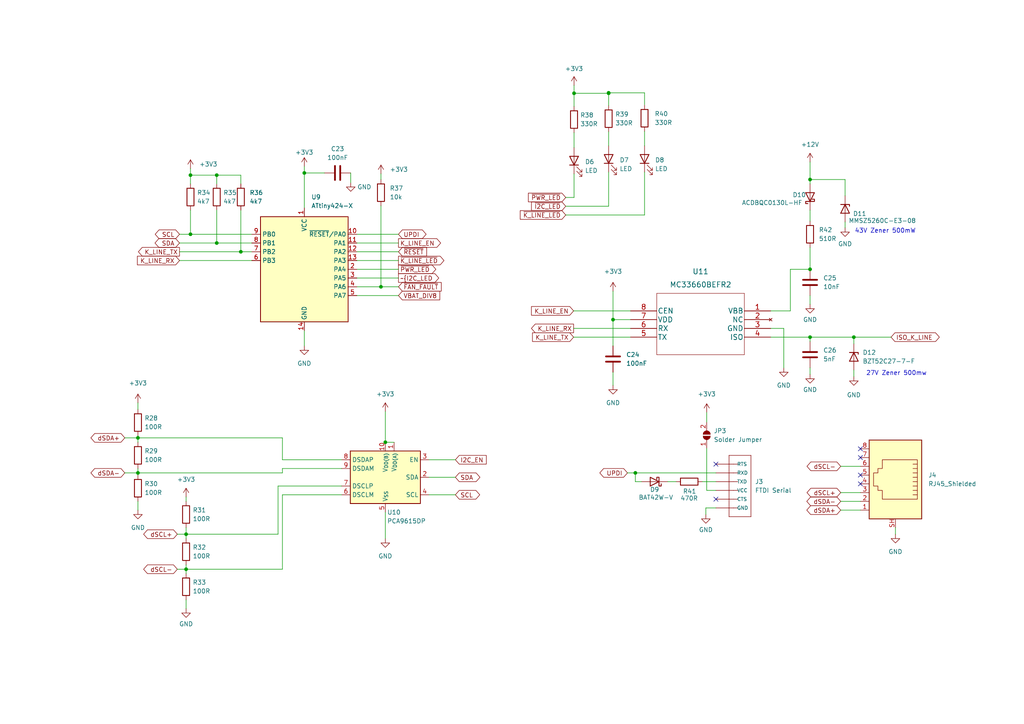
<source format=kicad_sch>
(kicad_sch (version 20211123) (generator eeschema)
  (paper "A4")
  (lib_symbols
    (symbol "+3V3_1" (power) (pin_names (offset 0))
      (property "Value" "+3V3_1" (at 0 3.556 0))
      (symbol "+3V3_1_0_1"
        (polyline (pts (xy -0.762 1.27) (xy 0 2.54)))
        (polyline (pts (xy 0 0) (xy 0 2.54)))
        (polyline (pts (xy 0 2.54) (xy 0.762 1.27)))
      )
      (symbol "+3V3_1_1_1"
        (pin power_in line (at 0 0 90) (length 0) hide (name "+3V3") (number "1"))
      )
    )
    (symbol "Beirdo:FTDI_BASICPTH" (pin_numbers hide) (pin_names (offset 1.016))
      (property "Reference" "J" (at -5.08 10.922 0))
      (property "Value" "FTDI_BASICPTH" (at -5.08 -10.16 0))
      (symbol "FTDI_BASICPTH_1_0"
        (polyline (pts (xy -5.08 10.16) (xy -5.08 -7.62)))
        (polyline (pts (xy -5.08 10.16) (xy 1.27 10.16)))
        (polyline (pts (xy -1.27 -5.08) (xy 0 -5.08)))
        (polyline (pts (xy -1.27 -2.54) (xy 0 -2.54)))
        (polyline (pts (xy -1.27 0) (xy 0 0)))
        (polyline (pts (xy -1.27 2.54) (xy 0 2.54)))
        (polyline (pts (xy -1.27 5.08) (xy 0 5.08)))
        (polyline (pts (xy -1.27 7.62) (xy 0 7.62)))
        (polyline (pts (xy 1.27 -7.62) (xy -5.08 -7.62)))
        (polyline (pts (xy 1.27 -7.62) (xy 1.27 10.16)))
      )
      (symbol "FTDI_BASICPTH_1_1"
        (pin passive line (at 5.08 -5.08 180) (length 5.08) (name "GND") (number "1"))
        (pin passive line (at 5.08 -2.54 180) (length 5.08) (name "CTS") (number "2"))
        (pin passive line (at 5.08 0 180) (length 5.08) (name "VCC") (number "3"))
        (pin passive line (at 5.08 2.54 180) (length 5.08) (name "TXD") (number "4"))
        (pin passive line (at 5.08 5.08 180) (length 5.08) (name "RXD") (number "5"))
        (pin passive line (at 5.08 7.62 180) (length 5.08) (name "RTS") (number "6"))
      )
    )
    (symbol "Connector:RJ45_Shielded" (pin_names (offset 1.016))
      (property "Reference" "J" (at -5.08 13.97 0))
      (property "Value" "RJ45_Shielded" (at 2.54 13.97 0))
      (symbol "RJ45_Shielded_0_1"
        (polyline (pts (xy -5.08 4.445) (xy -6.35 4.445)))
        (polyline (pts (xy -5.08 5.715) (xy -6.35 5.715)))
        (polyline (pts (xy -6.35 -3.175) (xy -5.08 -3.175) (xy -5.08 -3.175)))
        (polyline (pts (xy -6.35 -1.905) (xy -5.08 -1.905) (xy -5.08 -1.905)))
        (polyline (pts (xy -6.35 -0.635) (xy -5.08 -0.635) (xy -5.08 -0.635)))
        (polyline (pts (xy -6.35 0.635) (xy -5.08 0.635) (xy -5.08 0.635)))
        (polyline (pts (xy -6.35 1.905) (xy -5.08 1.905) (xy -5.08 1.905)))
        (polyline (pts (xy -5.08 3.175) (xy -6.35 3.175) (xy -6.35 3.175)))
        (polyline (pts (xy -6.35 -4.445) (xy -6.35 6.985) (xy 3.81 6.985) (xy 3.81 4.445) (xy 5.08 4.445) (xy 5.08 3.175) (xy 6.35 3.175) (xy 6.35 -0.635) (xy 5.08 -0.635) (xy 5.08 -1.905) (xy 3.81 -1.905) (xy 3.81 -4.445) (xy -6.35 -4.445) (xy -6.35 -4.445)))
        (rectangle (start 7.62 12.7) (end -7.62 -10.16) (stroke (width 0.254)) (fill (type background)))
      )
      (symbol "RJ45_Shielded_1_1"
        (pin passive line (at 10.16 -7.62 180) (length 2.54) (name "~") (number "1"))
        (pin passive line (at 10.16 -5.08 180) (length 2.54) (name "~") (number "2"))
        (pin passive line (at 10.16 -2.54 180) (length 2.54) (name "~") (number "3"))
        (pin passive line (at 10.16 0 180) (length 2.54) (name "~") (number "4"))
        (pin passive line (at 10.16 2.54 180) (length 2.54) (name "~") (number "5"))
        (pin passive line (at 10.16 5.08 180) (length 2.54) (name "~") (number "6"))
        (pin passive line (at 10.16 7.62 180) (length 2.54) (name "~") (number "7"))
        (pin passive line (at 10.16 10.16 180) (length 2.54) (name "~") (number "8"))
        (pin passive line (at 0 -12.7 90) (length 2.54) (name "~") (number "SH"))
      )
    )
    (symbol "Device:C" (pin_numbers hide) (pin_names (offset 0.254))
      (property "Reference" "C" (at 0.635 2.54 0))
      (property "Value" "C" (at 0.635 -2.54 0))
      (symbol "C_0_1"
        (polyline (pts (xy -2.032 -0.762) (xy 2.032 -0.762)) (stroke (width 0.508)))
        (polyline (pts (xy -2.032 0.762) (xy 2.032 0.762)) (stroke (width 0.508)))
      )
      (symbol "C_1_1"
        (pin passive line (at 0 3.81 270) (length 2.794) (name "~") (number "1"))
        (pin passive line (at 0 -3.81 90) (length 2.794) (name "~") (number "2"))
      )
    )
    (symbol "Device:D_Schottky" (pin_numbers hide) (pin_names (offset 1.016) hide)
      (property "Reference" "D" (at 0 2.54 0))
      (property "Value" "D_Schottky" (at 0 -2.54 0))
      (symbol "D_Schottky_0_1"
        (polyline (pts (xy 1.27 0) (xy -1.27 0)))
        (polyline (pts (xy 1.27 1.27) (xy 1.27 -1.27) (xy -1.27 0) (xy 1.27 1.27)) (stroke (width 0.254)))
        (polyline (pts (xy -1.905 0.635) (xy -1.905 1.27) (xy -1.27 1.27) (xy -1.27 -1.27) (xy -0.635 -1.27) (xy -0.635 -0.635)) (stroke (width 0.254)))
      )
      (symbol "D_Schottky_1_1"
        (pin passive line (at -3.81 0 0) (length 2.54) (name "K") (number "1"))
        (pin passive line (at 3.81 0 180) (length 2.54) (name "A") (number "2"))
      )
    )
    (symbol "Device:D_Zener" (pin_numbers hide) (pin_names (offset 1.016) hide)
      (property "Reference" "D" (at 0 2.54 0))
      (property "Value" "D_Zener" (at 0 -2.54 0))
      (symbol "D_Zener_0_1"
        (polyline (pts (xy 1.27 0) (xy -1.27 0)))
        (polyline (pts (xy -1.27 -1.27) (xy -1.27 1.27) (xy -0.762 1.27)) (stroke (width 0.254)))
        (polyline (pts (xy 1.27 -1.27) (xy 1.27 1.27) (xy -1.27 0) (xy 1.27 -1.27)) (stroke (width 0.254)))
      )
      (symbol "D_Zener_1_1"
        (pin passive line (at -3.81 0 0) (length 2.54) (name "K") (number "1"))
        (pin passive line (at 3.81 0 180) (length 2.54) (name "A") (number "2"))
      )
    )
    (symbol "Device:LED" (pin_numbers hide) (pin_names (offset 1.016) hide)
      (property "Reference" "D" (at 0 2.54 0))
      (property "Value" "LED" (at 0 -2.54 0))
      (symbol "LED_0_1"
        (polyline (pts (xy -1.27 -1.27) (xy -1.27 1.27)) (stroke (width 0.254)))
        (polyline (pts (xy -1.27 0) (xy 1.27 0)))
        (polyline (pts (xy 1.27 -1.27) (xy 1.27 1.27) (xy -1.27 0) (xy 1.27 -1.27)) (stroke (width 0.254)))
        (polyline (pts (xy -3.048 -0.762) (xy -4.572 -2.286) (xy -3.81 -2.286) (xy -4.572 -2.286) (xy -4.572 -1.524)))
        (polyline (pts (xy -1.778 -0.762) (xy -3.302 -2.286) (xy -2.54 -2.286) (xy -3.302 -2.286) (xy -3.302 -1.524)))
      )
      (symbol "LED_1_1"
        (pin passive line (at -3.81 0 0) (length 2.54) (name "K") (number "1"))
        (pin passive line (at 3.81 0 180) (length 2.54) (name "A") (number "2"))
      )
    )
    (symbol "Device:R" (pin_numbers hide) (pin_names (offset 0))
      (property "Reference" "R" (at 2.032 0 90))
      (property "Value" "R" (at 0 0 90))
      (symbol "R_0_1"
        (rectangle (start -1.016 -2.54) (end 1.016 2.54) (stroke (width 0.254)))
      )
      (symbol "R_1_1"
        (pin passive line (at 0 3.81 270) (length 1.27) (name "~") (number "1"))
        (pin passive line (at 0 -3.81 90) (length 1.27) (name "~") (number "2"))
      )
    )
    (symbol "Diode:BAT42W-V" (pin_numbers hide) (pin_names (offset 1.016) hide)
      (property "Reference" "D" (at 0 2.54 0))
      (property "Value" "BAT42W-V" (at 0 -2.54 0))
      (symbol "BAT42W-V_0_1"
        (polyline (pts (xy 1.27 0) (xy -1.27 0)))
        (polyline (pts (xy 1.27 1.27) (xy 1.27 -1.27) (xy -1.27 0) (xy 1.27 1.27)) (stroke (width 0.254)))
        (polyline (pts (xy -1.905 0.635) (xy -1.905 1.27) (xy -1.27 1.27) (xy -1.27 -1.27) (xy -0.635 -1.27) (xy -0.635 -0.635)) (stroke (width 0.254)))
      )
      (symbol "BAT42W-V_1_1"
        (pin passive line (at -3.81 0 0) (length 2.54) (name "K") (number "1"))
        (pin passive line (at 3.81 0 180) (length 2.54) (name "A") (number "2"))
      )
    )
    (symbol "GND_1" (power) (pin_names (offset 0))
      (property "Value" "GND_1" (at 0 -3.81 0))
      (symbol "GND_1_0_1"
        (polyline (pts (xy 0 0) (xy 0 -1.27) (xy 1.27 -1.27) (xy 0 -2.54) (xy -1.27 -1.27) (xy 0 -1.27)))
      )
      (symbol "GND_1_1_1"
        (pin power_in line (at 0 0 270) (length 0) hide (name "GND") (number "1"))
      )
    )
    (symbol "Interface:PCA9615DP"
      (property "Reference" "U" (at -10.16 8.89 0))
      (property "Value" "PCA9615DP" (at 1.27 8.89 0))
      (symbol "PCA9615DP_0_1"
        (rectangle (start -10.16 7.62) (end 10.16 -7.62) (stroke (width 0.254)) (fill (type background)))
      )
      (symbol "PCA9615DP_1_1"
        (pin power_in line (at -2.54 10.16 270) (length 2.54) (name "V_{DD(A)}") (number "1"))
        (pin power_in line (at 0 10.16 270) (length 2.54) (name "V_{DD(B)}") (number "10"))
        (pin bidirectional line (at -12.7 0 0) (length 2.54) (name "SDA") (number "2"))
        (pin input line (at -12.7 5.08 0) (length 2.54) (name "EN") (number "3"))
        (pin bidirectional line (at -12.7 -5.08 0) (length 2.54) (name "SCL") (number "4"))
        (pin power_in line (at 0 -10.16 90) (length 2.54) (name "V_{SS}") (number "5"))
        (pin bidirectional line (at 12.7 -5.08 180) (length 2.54) (name "DSCLM") (number "6"))
        (pin bidirectional line (at 12.7 -2.54 180) (length 2.54) (name "DSCLP") (number "7"))
        (pin bidirectional line (at 12.7 5.08 180) (length 2.54) (name "DSDAP") (number "8"))
        (pin bidirectional line (at 12.7 2.54 180) (length 2.54) (name "DSDAM") (number "9"))
      )
    )
    (symbol "Jumper:SolderJumper_2_Open" (pin_names (offset 0) hide)
      (property "Reference" "JP" (at 0 2.032 0))
      (property "Value" "SolderJumper_2_Open" (at 0 -2.54 0))
      (symbol "SolderJumper_2_Open_0_1"
        (arc (start -0.254 1.016) (mid -1.27 0) (end -0.254 -1.016))
        (arc (start -0.254 1.016) (mid -1.27 0) (end -0.254 -1.016) (fill (type outline)))
        (polyline (pts (xy -0.254 1.016) (xy -0.254 -1.016)))
        (polyline (pts (xy 0.254 1.016) (xy 0.254 -1.016)))
        (arc (start 0.254 -1.016) (mid 1.27 0) (end 0.254 1.016))
        (arc (start 0.254 -1.016) (mid 1.27 0) (end 0.254 1.016) (fill (type outline)))
      )
      (symbol "SolderJumper_2_Open_1_1"
        (pin passive line (at -3.81 0 0) (length 2.54) (name "A") (number "1"))
        (pin passive line (at 3.81 0 180) (length 2.54) (name "B") (number "2"))
      )
    )
    (symbol "MC33660BEFR2_1" (pin_names (offset 0.254))
      (property "Reference" "U" (at 20.32 10.16 0))
      (property "Value" "MC33660BEFR2_1" (at 20.32 7.62 0))
      (symbol "MC33660BEFR2_1_1_1"
        (polyline (pts (xy 7.62 -12.7) (xy 33.02 -12.7)) (stroke (width 0.127)))
        (polyline (pts (xy 7.62 5.08) (xy 7.62 -12.7)) (stroke (width 0.127)))
        (polyline (pts (xy 33.02 -12.7) (xy 33.02 5.08)) (stroke (width 0.127)))
        (polyline (pts (xy 33.02 5.08) (xy 7.62 5.08)) (stroke (width 0.127)))
        (pin power_in line (at 0 0 0) (length 7.62) (name "VBB") (number "1"))
        (pin no_connect line (at 0 -2.54 0) (length 7.62) (name "NC") (number "2"))
        (pin power_in line (at 0 -5.08 0) (length 7.62) (name "GND") (number "3"))
        (pin bidirectional line (at 0 -7.62 0) (length 7.62) (name "ISO") (number "4"))
        (pin input line (at 40.64 -7.62 180) (length 7.62) (name "TX") (number "5"))
        (pin output line (at 40.64 -5.08 180) (length 7.62) (name "RX") (number "6"))
        (pin power_in line (at 40.64 -2.54 180) (length 7.62) (name "VDD") (number "7"))
        (pin input line (at 40.64 0 180) (length 7.62) (name "CEN") (number "8"))
      )
    )
    (symbol "MCU_Microchip_ATtiny:ATtiny424-X"
      (property "Reference" "U" (at -12.7 16.51 0))
      (property "Value" "ATtiny424-X" (at 2.54 -16.51 0))
      (symbol "ATtiny424-X_0_1"
        (rectangle (start -12.7 -15.24) (end 12.7 15.24) (stroke (width 0.254)) (fill (type background)))
      )
      (symbol "ATtiny424-X_1_1"
        (pin power_in line (at 0 17.78 270) (length 2.54) (name "VCC") (number "1"))
        (pin bidirectional line (at 15.24 10.16 180) (length 2.54) (name "~{RESET}/PA0") (number "10"))
        (pin bidirectional line (at 15.24 7.62 180) (length 2.54) (name "PA1") (number "11"))
        (pin bidirectional line (at 15.24 5.08 180) (length 2.54) (name "PA2") (number "12"))
        (pin bidirectional line (at 15.24 2.54 180) (length 2.54) (name "PA3") (number "13"))
        (pin power_in line (at 0 -17.78 90) (length 2.54) (name "GND") (number "14"))
        (pin bidirectional line (at 15.24 0 180) (length 2.54) (name "PA4") (number "2"))
        (pin bidirectional line (at 15.24 -2.54 180) (length 2.54) (name "PA5") (number "3"))
        (pin bidirectional line (at 15.24 -5.08 180) (length 2.54) (name "PA6") (number "4"))
        (pin bidirectional line (at 15.24 -7.62 180) (length 2.54) (name "PA7") (number "5"))
        (pin bidirectional line (at -15.24 2.54 0) (length 2.54) (name "PB3") (number "6"))
        (pin bidirectional line (at -15.24 5.08 0) (length 2.54) (name "PB2") (number "7"))
        (pin bidirectional line (at -15.24 7.62 0) (length 2.54) (name "PB1") (number "8"))
        (pin bidirectional line (at -15.24 10.16 0) (length 2.54) (name "PB0") (number "9"))
      )
    )
    (symbol "power:+12V" (power) (pin_names (offset 0))
      (property "Value" "+12V" (at 0 3.556 0))
      (symbol "+12V_0_1"
        (polyline (pts (xy -0.762 1.27) (xy 0 2.54)))
        (polyline (pts (xy 0 0) (xy 0 2.54)))
        (polyline (pts (xy 0 2.54) (xy 0.762 1.27)))
      )
      (symbol "+12V_1_1"
        (pin power_in line (at 0 0 90) (length 0) hide (name "+12V") (number "1"))
      )
    )
    (symbol "power:+3V3" (power) (pin_names (offset 0))
      (property "Value" "+3V3" (at 0 3.556 0))
      (symbol "+3V3_0_1"
        (polyline (pts (xy -0.762 1.27) (xy 0 2.54)))
        (polyline (pts (xy 0 0) (xy 0 2.54)))
        (polyline (pts (xy 0 2.54) (xy 0.762 1.27)))
      )
      (symbol "+3V3_1_1"
        (pin power_in line (at 0 0 90) (length 0) hide (name "+3V3") (number "1"))
      )
    )
    (symbol "power:GND" (power) (pin_names (offset 0))
      (property "Value" "GND" (at 0 -3.81 0))
      (symbol "GND_0_1"
        (polyline (pts (xy 0 0) (xy 0 -1.27) (xy 1.27 -1.27) (xy 0 -2.54) (xy -1.27 -1.27) (xy 0 -1.27)))
      )
      (symbol "GND_1_1"
        (pin power_in line (at 0 0 270) (length 0) hide (name "GND") (number "1"))
      )
    )
  )
  (junction (at 69.85 73.025))
  (junction (at 184.277 137.16))
  (junction (at 53.975 165.1))
  (junction (at 55.245 50.8))
  (junction (at 177.8 92.71))
  (junction (at 40.005 127))
  (junction (at 176.53 26.924))
  (junction (at 247.65 97.79))
  (junction (at 176.53 27.051))
  (junction (at 110.49 83.185))
  (junction (at 234.95 78.105))
  (junction (at 53.975 154.94))
  (junction (at 62.865 50.8))
  (junction (at 234.95 97.79))
  (junction (at 40.005 137.16))
  (junction (at 166.497 27.051))
  (junction (at 111.76 128.27))
  (junction (at 88.265 50.165))
  (junction (at 234.95 52.07))
  (junction (at 62.865 70.485))
  (junction (at 55.245 67.945))
  (no_connect (at 207.645 144.78))
  (no_connect (at 207.645 134.62))
  (no_connect (at 249.555 137.795))
  (no_connect (at 249.555 140.335))
  (no_connect (at 249.555 130.175))
  (no_connect (at 249.555 132.715))
  (wire (pts (xy 69.85 73.025) (xy 73.025 73.025)))
  (wire (pts (xy 55.245 60.96) (xy 55.245 67.945)))
  (wire (pts (xy 243.84 147.955) (xy 249.555 147.955)))
  (wire (pts (xy 247.65 97.79) (xy 258.445 97.79)))
  (wire (pts (xy 176.53 38.227) (xy 176.53 42.291)))
  (wire (pts (xy 103.505 80.645) (xy 115.57 80.645)))
  (wire (pts (xy 223.52 97.79) (xy 234.95 97.79)))
  (wire (pts (xy 204.978 130.048) (xy 204.978 142.24)))
  (wire (pts (xy 186.944 26.924) (xy 176.53 26.924)))
  (wire (pts (xy 166.37 95.25) (xy 182.88 95.25)))
  (wire (pts (xy 184.277 139.7) (xy 184.277 137.16)))
  (wire (pts (xy 166.497 27.051) (xy 166.497 30.861)))
  (wire (pts (xy 186.944 49.911) (xy 186.944 62.357)))
  (wire (pts (xy 88.265 50.165) (xy 88.265 60.325)))
  (wire (pts (xy 207.645 142.24) (xy 204.978 142.24)))
  (wire (pts (xy 110.49 50.419) (xy 110.49 52.07)))
  (wire (pts (xy 81.915 137.16) (xy 81.915 135.89)))
  (wire (pts (xy 111.76 128.27) (xy 114.3 128.27)))
  (wire (pts (xy 52.07 73.025) (xy 69.85 73.025)))
  (wire (pts (xy 103.505 83.185) (xy 110.49 83.185)))
  (wire (pts (xy 247.65 97.79) (xy 247.65 99.695)))
  (wire (pts (xy 80.645 154.94) (xy 80.645 140.97)))
  (wire (pts (xy 81.915 135.89) (xy 99.06 135.89)))
  (wire (pts (xy 40.005 135.89) (xy 40.005 137.16)))
  (wire (pts (xy 166.497 57.277) (xy 164.084 57.277)))
  (wire (pts (xy 234.95 97.79) (xy 247.65 97.79)))
  (wire (pts (xy 245.11 64.389) (xy 245.11 66.04)))
  (wire (pts (xy 88.265 95.885) (xy 88.265 100.33)))
  (wire (pts (xy 184.277 137.16) (xy 207.645 137.16)))
  (wire (pts (xy 229.235 78.105) (xy 234.95 78.105)))
  (wire (pts (xy 234.95 97.79) (xy 234.95 99.06)))
  (wire (pts (xy 53.975 163.83) (xy 53.975 165.1)))
  (wire (pts (xy 55.245 48.895) (xy 55.245 50.8)))
  (wire (pts (xy 177.8 107.95) (xy 177.8 111.76)))
  (wire (pts (xy 176.53 27.051) (xy 166.497 27.051)))
  (wire (pts (xy 53.975 144.145) (xy 53.975 145.415)))
  (wire (pts (xy 62.865 50.8) (xy 69.85 50.8)))
  (wire (pts (xy 203.708 139.7) (xy 207.645 139.7)))
  (wire (pts (xy 53.975 153.035) (xy 53.975 154.94)))
  (wire (pts (xy 101.727 50.165) (xy 101.727 52.959)))
  (wire (pts (xy 62.865 60.96) (xy 62.865 70.485)))
  (wire (pts (xy 51.435 165.1) (xy 53.975 165.1)))
  (wire (pts (xy 193.675 139.7) (xy 196.088 139.7)))
  (wire (pts (xy 81.915 143.51) (xy 99.06 143.51)))
  (wire (pts (xy 243.84 135.255) (xy 249.555 135.255)))
  (wire (pts (xy 69.85 53.34) (xy 69.85 50.8)))
  (wire (pts (xy 204.978 119.634) (xy 204.978 122.428)))
  (wire (pts (xy 186.944 38.1) (xy 186.944 42.291)))
  (wire (pts (xy 53.975 165.1) (xy 53.975 166.37)))
  (wire (pts (xy 88.265 48.26) (xy 88.265 50.165)))
  (wire (pts (xy 103.505 85.725) (xy 115.57 85.725)))
  (wire (pts (xy 234.95 52.07) (xy 234.95 53.34)))
  (wire (pts (xy 52.07 75.565) (xy 73.025 75.565)))
  (wire (pts (xy 229.235 90.17) (xy 229.235 78.105)))
  (wire (pts (xy 110.49 59.69) (xy 110.49 83.185)))
  (wire (pts (xy 234.95 60.96) (xy 234.95 64.135)))
  (wire (pts (xy 62.865 50.8) (xy 55.245 50.8)))
  (wire (pts (xy 80.645 140.97) (xy 99.06 140.97)))
  (wire (pts (xy 55.245 50.8) (xy 55.245 53.34)))
  (wire (pts (xy 103.505 73.025) (xy 115.57 73.025)))
  (wire (pts (xy 55.245 67.945) (xy 73.025 67.945)))
  (wire (pts (xy 40.005 137.16) (xy 81.915 137.16)))
  (wire (pts (xy 124.46 143.51) (xy 132.08 143.51)))
  (wire (pts (xy 234.95 106.68) (xy 234.95 108.585)))
  (wire (pts (xy 53.975 154.94) (xy 80.645 154.94)))
  (wire (pts (xy 176.53 30.607) (xy 176.53 27.051)))
  (wire (pts (xy 88.265 50.165) (xy 94.107 50.165)))
  (wire (pts (xy 207.645 147.32) (xy 204.724 147.32)))
  (wire (pts (xy 234.95 71.755) (xy 234.95 78.105)))
  (wire (pts (xy 186.944 62.357) (xy 164.084 62.357)))
  (wire (pts (xy 62.865 53.34) (xy 62.865 50.8)))
  (wire (pts (xy 234.95 46.99) (xy 234.95 52.07)))
  (wire (pts (xy 40.005 137.16) (xy 40.005 137.795)))
  (wire (pts (xy 245.11 56.769) (xy 245.11 52.07)))
  (wire (pts (xy 124.46 133.35) (xy 132.08 133.35)))
  (wire (pts (xy 52.07 70.485) (xy 62.865 70.485)))
  (wire (pts (xy 81.915 165.1) (xy 81.915 143.51)))
  (wire (pts (xy 223.52 90.17) (xy 229.235 90.17)))
  (wire (pts (xy 243.84 142.875) (xy 249.555 142.875)))
  (wire (pts (xy 111.76 119.38) (xy 111.76 128.27)))
  (wire (pts (xy 166.497 50.419) (xy 166.497 57.277)))
  (wire (pts (xy 53.975 154.94) (xy 53.975 156.21)))
  (wire (pts (xy 40.005 127) (xy 40.005 128.27)))
  (wire (pts (xy 36.195 127) (xy 40.005 127)))
  (wire (pts (xy 53.975 173.99) (xy 53.975 176.53)))
  (wire (pts (xy 103.505 78.105) (xy 115.57 78.105)))
  (wire (pts (xy 52.07 67.945) (xy 55.245 67.945)))
  (wire (pts (xy 186.944 30.353) (xy 186.944 26.924)))
  (wire (pts (xy 81.915 127) (xy 81.915 133.35)))
  (wire (pts (xy 176.53 49.911) (xy 176.53 59.817)))
  (wire (pts (xy 62.865 70.485) (xy 73.025 70.485)))
  (wire (pts (xy 53.975 165.1) (xy 81.915 165.1)))
  (wire (pts (xy 69.85 60.96) (xy 69.85 73.025)))
  (wire (pts (xy 51.435 154.94) (xy 53.975 154.94)))
  (wire (pts (xy 166.37 90.17) (xy 182.88 90.17)))
  (wire (pts (xy 115.57 67.945) (xy 103.505 67.945)))
  (wire (pts (xy 40.005 116.84) (xy 40.005 118.745)))
  (wire (pts (xy 177.8 84.455) (xy 177.8 92.71)))
  (wire (pts (xy 40.005 126.365) (xy 40.005 127)))
  (wire (pts (xy 259.715 153.035) (xy 259.715 154.94)))
  (wire (pts (xy 40.005 127) (xy 81.915 127)))
  (wire (pts (xy 177.8 92.71) (xy 177.8 100.33)))
  (wire (pts (xy 166.497 24.765) (xy 166.497 27.051)))
  (wire (pts (xy 110.49 83.185) (xy 115.57 83.185)))
  (wire (pts (xy 234.95 52.07) (xy 245.11 52.07)))
  (wire (pts (xy 227.33 95.25) (xy 223.52 95.25)))
  (wire (pts (xy 247.65 107.315) (xy 247.65 109.22)))
  (wire (pts (xy 186.055 139.7) (xy 184.277 139.7)))
  (wire (pts (xy 81.915 133.35) (xy 99.06 133.35)))
  (wire (pts (xy 166.497 38.481) (xy 166.497 42.799)))
  (wire (pts (xy 234.95 85.725) (xy 234.95 88.265)))
  (wire (pts (xy 181.991 137.16) (xy 184.277 137.16)))
  (wire (pts (xy 227.33 106.68) (xy 227.33 95.25)))
  (wire (pts (xy 40.005 145.415) (xy 40.005 147.955)))
  (wire (pts (xy 124.46 138.43) (xy 132.08 138.43)))
  (wire (pts (xy 176.53 59.817) (xy 164.084 59.817)))
  (wire (pts (xy 177.8 92.71) (xy 182.88 92.71)))
  (wire (pts (xy 111.76 148.59) (xy 111.76 156.21)))
  (wire (pts (xy 36.195 137.16) (xy 40.005 137.16)))
  (wire (pts (xy 103.505 70.485) (xy 115.57 70.485)))
  (wire (pts (xy 103.505 75.565) (xy 115.57 75.565)))
  (wire (pts (xy 204.724 147.32) (xy 204.724 149.225)))
  (wire (pts (xy 243.84 145.415) (xy 249.555 145.415)))
  (wire (pts (xy 166.37 97.79) (xy 182.88 97.79)))
  (text "27V Zener 500mw" (at 251.206 109.093 0) (effects (font (size 1.27 1.27)) (justify left bottom)))
  (text "43V Zener 500mW" (at 247.904 67.818 0) (effects (font (size 1.27 1.27)) (justify left bottom)))
  (global_label "dSDA+" (shape bidirectional) (at 243.84 147.955 180) (property "Intersheet References" "${INTERSHEET_REFS}" (effects hide)))
  (global_label "dSCL-" (shape bidirectional) (at 243.84 135.255 180) (property "Intersheet References" "${INTERSHEET_REFS}" (effects hide)))
  (global_label "K_LINE_TX" (shape input) (at 166.37 97.79 180) (property "Intersheet References" "${INTERSHEET_REFS}" (effects hide)))
  (global_label "~{K_LINE_LED}" (shape output) (at 115.57 75.565 0) (property "Intersheet References" "${INTERSHEET_REFS}" (effects hide)))
  (global_label "K_LINE_RX" (shape input) (at 52.07 75.565 180) (property "Intersheet References" "${INTERSHEET_REFS}" (effects hide)))
  (global_label "SCL" (shape bidirectional) (at 52.07 67.945 180) (property "Intersheet References" "${INTERSHEET_REFS}" (effects hide)))
  (global_label "dSDA+" (shape bidirectional) (at 36.195 127 180) (property "Intersheet References" "${INTERSHEET_REFS}" (effects hide)))
  (global_label "~{I2C_LED}" (shape input) (at 164.084 59.817 180) (property "Intersheet References" "${INTERSHEET_REFS}" (effects hide)))
  (global_label "K_LINE_EN" (shape output) (at 115.57 70.485 0) (property "Intersheet References" "${INTERSHEET_REFS}" (effects hide)))
  (global_label "dSCL+" (shape bidirectional) (at 243.84 142.875 180) (property "Intersheet References" "${INTERSHEET_REFS}" (effects hide)))
  (global_label "I2C_EN" (shape input) (at 132.08 133.35 0) (property "Intersheet References" "${INTERSHEET_REFS}" (effects hide)))
  (global_label "~{FAN_FAULT}" (shape input) (at 115.57 83.185 0) (property "Intersheet References" "${INTERSHEET_REFS}" (effects hide)))
  (global_label "dSDA-" (shape bidirectional) (at 243.84 145.415 180) (property "Intersheet References" "${INTERSHEET_REFS}" (effects hide)))
  (global_label "~{RESET}" (shape input) (at 115.57 73.025 0) (property "Intersheet References" "${INTERSHEET_REFS}" (effects hide)))
  (global_label "UPDI" (shape bidirectional) (at 115.57 67.945 0) (property "Intersheet References" "${INTERSHEET_REFS}" (effects hide)))
  (global_label "K_LINE_EN" (shape input) (at 166.37 90.17 180) (property "Intersheet References" "${INTERSHEET_REFS}" (effects hide)))
  (global_label "VBAT_DIV8" (shape input) (at 115.57 85.725 0) (property "Intersheet References" "${INTERSHEET_REFS}" (effects hide)))
  (global_label "dSDA-" (shape bidirectional) (at 36.195 137.16 180) (property "Intersheet References" "${INTERSHEET_REFS}" (effects hide)))
  (global_label "~{I2C_LED" (shape output) (at 115.57 80.645 0) (property "Intersheet References" "${INTERSHEET_REFS}" (effects hide)))
  (global_label "dSCL-" (shape bidirectional) (at 51.435 165.1 180) (property "Intersheet References" "${INTERSHEET_REFS}" (effects hide)))
  (global_label "~{K_LINE_LED}" (shape input) (at 164.084 62.357 180) (property "Intersheet References" "${INTERSHEET_REFS}" (effects hide)))
  (global_label "ISO_K_LINE" (shape bidirectional) (at 258.445 97.79 0) (property "Intersheet References" "${INTERSHEET_REFS}" (effects hide)))
  (global_label "SCL" (shape bidirectional) (at 132.08 143.51 0) (property "Intersheet References" "${INTERSHEET_REFS}" (effects hide)))
  (global_label "~{PWR_LED}" (shape input) (at 164.084 57.277 180) (property "Intersheet References" "${INTERSHEET_REFS}" (effects hide)))
  (global_label "SDA" (shape bidirectional) (at 52.07 70.485 180) (property "Intersheet References" "${INTERSHEET_REFS}" (effects hide)))
  (global_label "dSCL+" (shape bidirectional) (at 51.435 154.94 180) (property "Intersheet References" "${INTERSHEET_REFS}" (effects hide)))
  (global_label "K_LINE_RX" (shape output) (at 166.37 95.25 180) (property "Intersheet References" "${INTERSHEET_REFS}" (effects hide)))
  (global_label "~{PWR_LED}" (shape output) (at 115.57 78.105 0) (property "Intersheet References" "${INTERSHEET_REFS}" (effects hide)))
  (global_label "SDA" (shape bidirectional) (at 132.08 138.43 0) (property "Intersheet References" "${INTERSHEET_REFS}" (effects hide)))
  (global_label "UPDI" (shape bidirectional) (at 181.991 137.16 180) (property "Intersheet References" "${INTERSHEET_REFS}" (effects hide)))
  (global_label "K_LINE_TX" (shape output) (at 52.07 73.025 180) (property "Intersheet References" "${INTERSHEET_REFS}" (effects hide)))
  (symbol (lib_id "Device:R") (at 40.005 132.08 0) (unit 1)
    (property "Reference" "R29" (at 41.91 130.8099 0) (effects (justify left)))
    (property "Value" "100R" (at 41.91 133.3499 0) (effects (justify left)))
    (property "Footprint" "Resistor_SMD:R_0805_2012Metric_Pad1.20x1.40mm_HandSolder" (effects hide))
  )
  (symbol (lib_id "power:+3V3") (at 53.975 144.145 0) (unit 1)
    (property "Reference" "#PWR067" (effects hide))
    (property "Value" "+3V3" (at 53.975 139.065 0))
  )
  (symbol (lib_id "power:GND") (at 40.005 147.955 0) (unit 1)
    (property "Reference" "#PWR066" (effects hide))
    (property "Value" "GND" (at 40.005 153.035 0))
  )
  (symbol (lib_id "Device:R") (at 199.898 139.7 90) (unit 1)
    (property "Reference" "R41" (at 200.025 142.494 90))
    (property "Value" "470R" (at 199.898 144.526 90))
    (property "Footprint" "Resistor_SMD:R_0805_2012Metric_Pad1.20x1.40mm_HandSolder" (effects hide))
  )
  (symbol (lib_id "Device:R") (at 234.95 67.945 0) (unit 1)
    (property "Reference" "R42" (at 237.49 66.6749 0) (effects (justify left)))
    (property "Value" "510R" (at 237.49 69.2149 0) (effects (justify left)))
    (property "Footprint" "Resistor_SMD:R_0805_2012Metric_Pad1.20x1.40mm_HandSolder" (effects hide))
  )
  (symbol (lib_id "power:+3V3") (at 55.245 48.895 0) (unit 1)
    (property "Reference" "#PWR069" (effects hide))
    (property "Value" "+3V3" (at 57.785 47.6249 0) (effects (justify left)))
  )
  (symbol (lib_id "Device:C") (at 234.95 102.87 0) (unit 1)
    (property "Reference" "C26" (at 238.76 101.5999 0) (effects (justify left)))
    (property "Value" "5nF" (at 238.76 104.1399 0) (effects (justify left)))
    (property "Footprint" "Capacitor_SMD:C_0805_2012Metric_Pad1.18x1.45mm_HandSolder" (effects hide))
  )
  (symbol (lib_id "Device:R") (at 186.944 34.29 0) (unit 1)
    (property "Reference" "R40" (at 189.865 33.0199 0) (effects (justify left)))
    (property "Value" "330R" (at 189.865 35.5599 0) (effects (justify left)))
    (property "Footprint" "Resistor_SMD:R_0805_2012Metric_Pad1.20x1.40mm_HandSolder" (effects hide))
  )
  (symbol (lib_id "power:GND") (at 259.715 154.94 0) (unit 1)
    (property "Reference" "#PWR087" (effects hide))
    (property "Value" "GND" (at 259.715 160.02 0))
  )
  (symbol (lib_id "Device:R") (at 55.245 57.15 0) (unit 1)
    (property "Reference" "R34" (at 57.15 55.8799 0) (effects (justify left)))
    (property "Value" "4k7" (at 57.15 58.4199 0) (effects (justify left)))
    (property "Footprint" "Resistor_SMD:R_0805_2012Metric_Pad1.20x1.40mm_HandSolder" (effects hide))
  )
  (symbol (lib_id "Device:R") (at 40.005 141.605 0) (unit 1)
    (property "Reference" "R30" (at 41.91 140.3349 0) (effects (justify left)))
    (property "Value" "100R" (at 41.91 142.8749 0) (effects (justify left)))
    (property "Footprint" "Resistor_SMD:R_0805_2012Metric_Pad1.20x1.40mm_HandSolder" (effects hide))
  )
  (symbol (lib_id "Device:LED") (at 166.497 46.609 90) (unit 1)
    (property "Reference" "D6" (at 169.672 46.9264 90) (effects (justify right)))
    (property "Value" "LED" (at 169.672 49.4664 90) (effects (justify right)))
    (property "Footprint" "LED_SMD:LED_0805_2012Metric_Pad1.15x1.40mm_HandSolder" (effects hide))
  )
  (symbol (lib_id "Device:LED") (at 176.53 46.101 90) (unit 1)
    (property "Reference" "D7" (at 179.705 46.4184 90) (effects (justify right)))
    (property "Value" "LED" (at 179.705 48.9584 90) (effects (justify right)))
    (property "Footprint" "LED_SMD:LED_0805_2012Metric_Pad1.15x1.40mm_HandSolder" (effects hide))
  )
  (symbol (lib_id "power:GND") (at 88.265 100.33 0) (unit 1)
    (property "Reference" "#PWR071" (effects hide))
    (property "Value" "GND" (at 88.265 105.41 0))
  )
  (symbol (lib_id "Device:R") (at 110.49 55.88 0) (unit 1)
    (property "Reference" "R37" (at 113.03 54.6099 0) (effects (justify left)))
    (property "Value" "10k" (at 113.03 57.1499 0) (effects (justify left)))
    (property "Footprint" "Resistor_SMD:R_0805_2012Metric_Pad1.20x1.40mm_HandSolder" (effects hide))
  )
  (symbol (lib_id "Device:R") (at 166.497 34.671 0) (unit 1)
    (property "Reference" "R38" (at 168.275 33.4009 0) (effects (justify left)))
    (property "Value" "330R" (at 168.275 35.9409 0) (effects (justify left)))
    (property "Footprint" "Resistor_SMD:R_0805_2012Metric_Pad1.20x1.40mm_HandSolder" (effects hide))
  )
  (symbol (lib_id "Device:D_Zener") (at 247.65 103.505 270) (unit 1)
    (property "Reference" "D12" (at 250.19 102.2349 90) (effects (justify left)))
    (property "Value" "BZT52C27-7-F" (at 250.19 104.7749 90) (effects (justify left)))
    (property "Footprint" "Diode_SMD:D_SOD-123" (effects hide))
  )
  (symbol (lib_id "power:GND") (at 234.95 108.585 0) (unit 1)
    (property "Reference" "#PWR084" (effects hide))
    (property "Value" "GND" (at 234.95 113.03 0))
  )
  (symbol (lib_id "Diode:BAT42W-V") (at 189.865 139.7 180) (unit 1)
    (property "Reference" "D9" (at 189.865 141.986 0))
    (property "Value" "BAT42W-V" (at 190.246 144.272 0))
    (property "Footprint" "Diode_SMD:D_SOD-123" (effects hide))
    (property "Datasheet" "http://www.vishay.com/docs/85660/bat42.pdf" (effects hide))
  )
  (symbol (lib_id "power:GND") (at 111.76 156.21 0) (unit 1)
    (property "Reference" "#PWR075" (effects hide))
    (property "Value" "GND" (at 111.76 161.29 0))
  )
  (symbol (lib_id "Device:R") (at 62.865 57.15 0) (unit 1)
    (property "Reference" "R35" (at 64.77 55.8799 0) (effects (justify left)))
    (property "Value" "4k7" (at 64.77 58.4199 0) (effects (justify left)))
    (property "Footprint" "Resistor_SMD:R_0805_2012Metric_Pad1.20x1.40mm_HandSolder" (effects hide))
  )
  (symbol (lib_id "Device:R") (at 176.53 34.417 0) (unit 1)
    (property "Reference" "R39" (at 178.435 33.1469 0) (effects (justify left)))
    (property "Value" "330R" (at 178.435 35.6869 0) (effects (justify left)))
    (property "Footprint" "Resistor_SMD:R_0805_2012Metric_Pad1.20x1.40mm_HandSolder" (effects hide))
  )
  (symbol (lib_name "MC33660BEFR2_1") (lib_id "UltraLibrarian:MC33660BEFR2") (at 223.52 90.17 0) (mirror y) (unit 1)
    (property "Reference" "U11" (at 203.2 78.74 0) (effects (font (size 1.524 1.524))))
    (property "Value" "MC33660BEFR2" (at 203.2 82.55 0) (effects (font (size 1.524 1.524))))
    (property "Footprint" "UltraLibrarian:MC33660BEFR2" (effects hide))
  )
  (symbol (lib_id "power:+3V3") (at 177.8 84.455 0) (unit 1)
    (property "Reference" "#PWR077" (effects hide))
    (property "Value" "+3V3" (at 177.8 78.74 0))
  )
  (symbol (lib_id "Interface:PCA9615DP") (at 111.76 138.43 0) (mirror y) (unit 1)
    (property "Reference" "U10" (at 112.2806 148.59 0) (effects (justify right)))
    (property "Value" "PCA9615DP" (at 112.2806 151.13 0) (effects (justify right)))
    (property "Footprint" "Package_SO:TSSOP-10_3x3mm_P0.5mm" (effects hide))
    (property "Datasheet" "https://www.nxp.com/docs/en/data-sheet/PCA9615.pdf" (effects hide))
  )
  (symbol (lib_id "power:+3V3") (at 88.265 48.26 0) (unit 1)
    (property "Reference" "#PWR070" (effects hide))
    (property "Value" "+3V3" (at 85.598 44.196 0) (effects (justify left)))
  )
  (symbol (lib_id "power:GND") (at 101.727 52.959 0) (unit 1)
    (property "Reference" "#PWR072" (effects hide))
    (property "Value" "GND" (at 103.632 54.2289 0) (effects (justify left)))
  )
  (symbol (lib_id "power:GND") (at 53.975 176.53 0) (unit 1)
    (property "Reference" "#PWR068" (effects hide))
    (property "Value" "GND" (at 53.975 180.975 0))
  )
  (symbol (lib_id "power:+3V3") (at 111.76 119.38 0) (unit 1)
    (property "Reference" "#PWR074" (effects hide))
    (property "Value" "+3V3" (at 111.76 114.3 0))
  )
  (symbol (lib_name "+3V3_1") (lib_id "power:+3V3") (at 204.978 119.634 0) (unit 1)
    (property "Reference" "#PWR080" (effects hide))
    (property "Value" "+3V3" (at 204.978 114.3 0))
  )
  (symbol (lib_id "Beirdo:FTDI_BASICPTH") (at 212.725 142.24 0) (mirror y) (unit 1)
    (property "Reference" "J3" (at 218.9734 139.6999 0) (effects (justify right)))
    (property "Value" "FTDI Serial" (at 218.9734 142.2399 0) (effects (justify right)))
    (property "Footprint" "FTDI_BASIC" (effects hide))
  )
  (symbol (lib_id "Device:R") (at 40.005 122.555 0) (unit 1)
    (property "Reference" "R28" (at 41.91 121.2849 0) (effects (justify left)))
    (property "Value" "100R" (at 41.91 123.8249 0) (effects (justify left)))
    (property "Footprint" "Resistor_SMD:R_0805_2012Metric_Pad1.20x1.40mm_HandSolder" (effects hide))
  )
  (symbol (lib_id "power:GND") (at 227.33 106.68 0) (unit 1)
    (property "Reference" "#PWR081" (effects hide))
    (property "Value" "GND" (at 227.33 111.76 0))
  )
  (symbol (lib_id "Device:LED") (at 186.944 46.101 90) (unit 1)
    (property "Reference" "D8" (at 189.992 46.4184 90) (effects (justify right)))
    (property "Value" "LED" (at 189.992 48.9584 90) (effects (justify right)))
    (property "Footprint" "LED_SMD:LED_0805_2012Metric_Pad1.15x1.40mm_HandSolder" (effects hide))
  )
  (symbol (lib_id "Device:C") (at 234.95 81.915 0) (unit 1)
    (property "Reference" "C25" (at 238.76 80.6449 0) (effects (justify left)))
    (property "Value" "10nF" (at 238.76 83.1849 0) (effects (justify left)))
    (property "Footprint" "Capacitor_SMD:C_0805_2012Metric_Pad1.18x1.45mm_HandSolder" (effects hide))
  )
  (symbol (lib_id "power:GND") (at 245.11 66.04 0) (unit 1)
    (property "Reference" "#PWR085" (effects hide))
    (property "Value" "GND" (at 245.11 70.739 0))
  )
  (symbol (lib_id "power:GND") (at 234.95 88.265 0) (unit 1)
    (property "Reference" "#PWR083" (effects hide))
    (property "Value" "GND" (at 234.95 92.71 0))
  )
  (symbol (lib_id "Device:R") (at 53.975 160.02 0) (unit 1)
    (property "Reference" "R32" (at 55.88 158.7499 0) (effects (justify left)))
    (property "Value" "100R" (at 55.88 161.2899 0) (effects (justify left)))
    (property "Footprint" "Resistor_SMD:R_0805_2012Metric_Pad1.20x1.40mm_HandSolder" (effects hide))
  )
  (symbol (lib_name "GND_1") (lib_id "power:GND") (at 204.724 149.225 0) (unit 1)
    (property "Reference" "#PWR079" (effects hide))
    (property "Value" "GND" (at 204.724 153.67 0))
  )
  (symbol (lib_id "Device:D_Schottky") (at 234.95 57.15 90) (unit 1)
    (property "Reference" "D10" (at 229.87 56.515 90) (effects (justify right)))
    (property "Value" "ACDBQC0130L-HF" (at 215.138 58.801 90) (effects (justify right)))
    (property "Footprint" "Diode_SMD:D_SOD-923" (effects hide))
  )
  (symbol (lib_id "Device:C") (at 97.917 50.165 270) (unit 1)
    (property "Reference" "C23" (at 97.917 43.18 90))
    (property "Value" "100nF" (at 97.917 45.72 90))
    (property "Footprint" "Capacitor_SMD:C_0805_2012Metric_Pad1.18x1.45mm_HandSolder" (effects hide))
  )
  (symbol (lib_id "power:GND") (at 247.65 109.22 0) (unit 1)
    (property "Reference" "#PWR086" (effects hide))
    (property "Value" "GND" (at 247.65 114.554 0))
  )
  (symbol (lib_id "power:+12V") (at 234.95 46.99 0) (unit 1)
    (property "Reference" "#PWR082" (effects hide))
    (property "Value" "+12V" (at 234.95 41.91 0))
  )
  (symbol (lib_id "Jumper:SolderJumper_2_Open") (at 204.978 126.238 90) (unit 1)
    (property "Reference" "JP3" (at 207.01 124.9679 90) (effects (justify right)))
    (property "Value" "Solder Jumper" (at 207.01 127.5079 90) (effects (justify right)))
    (property "Footprint" "Jumper:SolderJumper-2_P1.3mm_Open_TrianglePad1.0x1.5mm" (effects hide))
  )
  (symbol (lib_id "Device:C") (at 177.8 104.14 0) (unit 1)
    (property "Reference" "C24" (at 181.61 102.8699 0) (effects (justify left)))
    (property "Value" "100nF" (at 181.61 105.4099 0) (effects (justify left)))
    (property "Footprint" "Capacitor_SMD:C_0805_2012Metric_Pad1.18x1.45mm_HandSolder" (effects hide))
  )
  (symbol (lib_id "MCU_Microchip_ATtiny:ATtiny424-X") (at 88.265 78.105 0) (unit 1)
    (property "Reference" "U9" (at 90.2844 57.15 0) (effects (justify left)))
    (property "Value" "ATtiny424-X" (at 90.2844 59.69 0) (effects (justify left)))
    (property "Footprint" "Package_SO:TSSOP-14_4.4x5mm_P0.65mm" (effects hide))
    (property "Datasheet" "https://ww1.microchip.com/downloads/en/DeviceDoc/ATtiny424-426-427-824-826-827-DataSheet-DS40002311A.pdf" (effects hide))
  )
  (symbol (lib_id "Device:R") (at 53.975 149.225 0) (unit 1)
    (property "Reference" "R31" (at 55.88 147.9549 0) (effects (justify left)))
    (property "Value" "100R" (at 55.88 150.4949 0) (effects (justify left)))
    (property "Footprint" "Resistor_SMD:R_0805_2012Metric_Pad1.20x1.40mm_HandSolder" (effects hide))
  )
  (symbol (lib_id "power:+3V3") (at 110.49 50.419 0) (unit 1)
    (property "Reference" "#PWR073" (effects hide))
    (property "Value" "+3V3" (at 113.03 49.1489 0) (effects (justify left)))
  )
  (symbol (lib_id "power:+3V3") (at 40.005 116.84 0) (unit 1)
    (property "Reference" "#PWR065" (effects hide))
    (property "Value" "+3V3" (at 40.005 111.125 0))
  )
  (symbol (lib_id "power:+3V3") (at 166.497 24.765 0) (unit 1)
    (property "Reference" "#PWR076" (effects hide))
    (property "Value" "+3V3" (at 166.497 19.939 0))
  )
  (symbol (lib_id "Device:R") (at 53.975 170.18 0) (unit 1)
    (property "Reference" "R33" (at 55.88 168.9099 0) (effects (justify left)))
    (property "Value" "100R" (at 55.88 171.4499 0) (effects (justify left)))
    (property "Footprint" "Resistor_SMD:R_0805_2012Metric_Pad1.20x1.40mm_HandSolder" (effects hide))
  )
  (symbol (lib_id "power:GND") (at 177.8 111.76 0) (unit 1)
    (property "Reference" "#PWR078" (effects hide))
    (property "Value" "GND" (at 177.8 116.84 0))
  )
  (symbol (lib_id "Device:D_Zener") (at 245.11 60.579 270) (unit 1)
    (property "Reference" "D11" (at 247.396 61.976 90) (effects (justify left)))
    (property "Value" "MMSZ5260C-E3-08" (at 246.126 64.008 90) (effects (justify left)))
    (property "Footprint" "Diode_SMD:D_SOD-123" (effects hide))
  )
  (symbol (lib_id "Device:R") (at 69.85 57.15 0) (unit 1)
    (property "Reference" "R36" (at 72.39 55.8799 0) (effects (justify left)))
    (property "Value" "4k7" (at 72.39 58.4199 0) (effects (justify left)))
    (property "Footprint" "Resistor_SMD:R_0805_2012Metric_Pad1.20x1.40mm_HandSolder" (effects hide))
  )
  (symbol (lib_id "Connector:RJ45_Shielded") (at 259.715 140.335 0) (mirror y) (unit 1)
    (property "Reference" "J4" (at 269.24 137.7949 0) (effects (justify right)))
    (property "Value" "RJ45_Shielded" (at 269.24 140.3349 0) (effects (justify right)))
    (property "Footprint" "SparkFun-Connectors:RJ45-8" (effects hide))
  )
)
</source>
